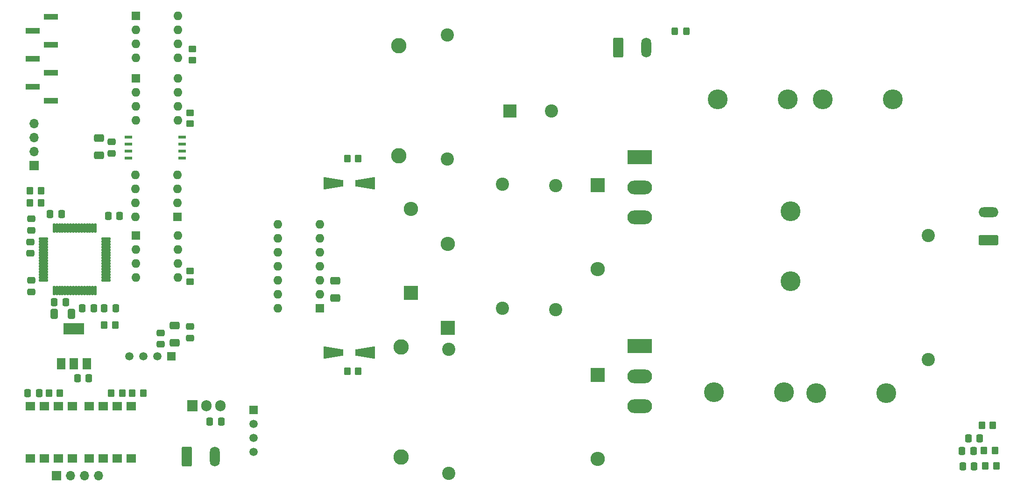
<source format=gbr>
%TF.GenerationSoftware,KiCad,Pcbnew,(6.0.8)*%
%TF.CreationDate,2024-04-13T01:58:17+05:30*%
%TF.ProjectId,Lu_Testing,4c755f54-6573-4746-996e-672e6b696361,rev?*%
%TF.SameCoordinates,Original*%
%TF.FileFunction,Soldermask,Top*%
%TF.FilePolarity,Negative*%
%FSLAX46Y46*%
G04 Gerber Fmt 4.6, Leading zero omitted, Abs format (unit mm)*
G04 Created by KiCad (PCBNEW (6.0.8)) date 2024-04-13 01:58:17*
%MOMM*%
%LPD*%
G01*
G04 APERTURE LIST*
G04 Aperture macros list*
%AMRoundRect*
0 Rectangle with rounded corners*
0 $1 Rounding radius*
0 $2 $3 $4 $5 $6 $7 $8 $9 X,Y pos of 4 corners*
0 Add a 4 corners polygon primitive as box body*
4,1,4,$2,$3,$4,$5,$6,$7,$8,$9,$2,$3,0*
0 Add four circle primitives for the rounded corners*
1,1,$1+$1,$2,$3*
1,1,$1+$1,$4,$5*
1,1,$1+$1,$6,$7*
1,1,$1+$1,$8,$9*
0 Add four rect primitives between the rounded corners*
20,1,$1+$1,$2,$3,$4,$5,0*
20,1,$1+$1,$4,$5,$6,$7,0*
20,1,$1+$1,$6,$7,$8,$9,0*
20,1,$1+$1,$8,$9,$2,$3,0*%
%AMOutline4P*
0 Free polygon, 4 corners , with rotation*
0 The origin of the aperture is its center*
0 number of corners: always 4*
0 $1 to $8 corner X, Y*
0 $9 Rotation angle, in degrees counterclockwise*
0 create outline with 4 corners*
4,1,4,$1,$2,$3,$4,$5,$6,$7,$8,$1,$2,$9*%
G04 Aperture macros list end*
%ADD10RoundRect,0.250000X-0.337500X-0.475000X0.337500X-0.475000X0.337500X0.475000X-0.337500X0.475000X0*%
%ADD11RoundRect,0.250000X0.650000X-0.412500X0.650000X0.412500X-0.650000X0.412500X-0.650000X-0.412500X0*%
%ADD12RoundRect,0.250000X-0.450000X0.350000X-0.450000X-0.350000X0.450000X-0.350000X0.450000X0.350000X0*%
%ADD13R,4.500000X2.500000*%
%ADD14O,4.500000X2.500000*%
%ADD15RoundRect,0.250000X-0.350000X-0.450000X0.350000X-0.450000X0.350000X0.450000X-0.350000X0.450000X0*%
%ADD16C,2.400000*%
%ADD17R,1.700000X1.700000*%
%ADD18O,1.700000X1.700000*%
%ADD19R,1.473200X0.558800*%
%ADD20RoundRect,0.250000X0.475000X-0.337500X0.475000X0.337500X-0.475000X0.337500X-0.475000X-0.337500X0*%
%ADD21R,2.400000X2.400000*%
%ADD22RoundRect,0.250000X-0.650000X-1.550000X0.650000X-1.550000X0.650000X1.550000X-0.650000X1.550000X0*%
%ADD23O,1.800000X3.600000*%
%ADD24C,3.600000*%
%ADD25R,2.600000X2.600000*%
%ADD26O,2.600000X2.600000*%
%ADD27C,2.800000*%
%ADD28R,1.780000X1.520000*%
%ADD29R,1.750000X1.520000*%
%ADD30R,1.600000X1.600000*%
%ADD31O,1.600000X1.600000*%
%ADD32RoundRect,0.250000X0.337500X0.475000X-0.337500X0.475000X-0.337500X-0.475000X0.337500X-0.475000X0*%
%ADD33Outline4P,-1.800000X-1.150000X1.800000X-0.550000X1.800000X0.550000X-1.800000X1.150000X0.000000*%
%ADD34Outline4P,-1.800000X-1.150000X1.800000X-0.550000X1.800000X0.550000X-1.800000X1.150000X180.000000*%
%ADD35RoundRect,0.250000X-0.475000X0.337500X-0.475000X-0.337500X0.475000X-0.337500X0.475000X0.337500X0*%
%ADD36R,1.498600X1.498600*%
%ADD37C,1.498600*%
%ADD38RoundRect,0.102000X-0.735000X-0.140000X0.735000X-0.140000X0.735000X0.140000X-0.735000X0.140000X0*%
%ADD39RoundRect,0.102000X-0.140000X-0.735000X0.140000X-0.735000X0.140000X0.735000X-0.140000X0.735000X0*%
%ADD40RoundRect,0.250000X0.350000X0.450000X-0.350000X0.450000X-0.350000X-0.450000X0.350000X-0.450000X0*%
%ADD41RoundRect,0.250000X0.325000X0.450000X-0.325000X0.450000X-0.325000X-0.450000X0.325000X-0.450000X0*%
%ADD42R,1.500000X2.000000*%
%ADD43R,3.800000X2.000000*%
%ADD44R,1.905000X2.000000*%
%ADD45O,1.905000X2.000000*%
%ADD46RoundRect,0.250000X1.550000X-0.650000X1.550000X0.650000X-1.550000X0.650000X-1.550000X-0.650000X0*%
%ADD47O,3.600000X1.800000*%
%ADD48R,2.510000X1.000000*%
%ADD49RoundRect,0.250000X-0.412500X-0.650000X0.412500X-0.650000X0.412500X0.650000X-0.412500X0.650000X0*%
G04 APERTURE END LIST*
D10*
%TO.C,C51*%
X82909500Y-74168000D03*
X84984500Y-74168000D03*
%TD*%
D11*
%TO.C,C6*%
X133858000Y-73444500D03*
X133858000Y-70319500D03*
%TD*%
D12*
%TO.C,R41*%
X107569000Y-39767000D03*
X107569000Y-41767000D03*
%TD*%
D13*
%TO.C,Q1*%
X189029000Y-47879000D03*
D14*
X189029000Y-53329000D03*
X189029000Y-58779000D03*
%TD*%
D15*
%TO.C,R43*%
X78518000Y-56134000D03*
X80518000Y-56134000D03*
%TD*%
D16*
%TO.C,C23*%
X154432000Y-82730000D03*
X154432000Y-105230000D03*
%TD*%
D17*
%TO.C,J6*%
X83322000Y-105664000D03*
D18*
X85862000Y-105664000D03*
X88402000Y-105664000D03*
X90942000Y-105664000D03*
%TD*%
D19*
%TO.C,U12*%
X106095800Y-48006000D03*
X106095800Y-46736000D03*
X106095800Y-45466000D03*
X106095800Y-44196000D03*
X96342200Y-44196000D03*
X96342200Y-45466000D03*
X96342200Y-46736000D03*
X96342200Y-48006000D03*
%TD*%
D20*
%TO.C,C48*%
X93345000Y-47138500D03*
X93345000Y-45063500D03*
%TD*%
D15*
%TO.C,R14*%
X251730000Y-103886000D03*
X253730000Y-103886000D03*
%TD*%
D21*
%TO.C,C17*%
X165524246Y-39497000D03*
D16*
X173024246Y-39497000D03*
%TD*%
D12*
%TO.C,R36*%
X107569000Y-68469000D03*
X107569000Y-70469000D03*
%TD*%
D22*
%TO.C,J2*%
X106951500Y-102215500D03*
D23*
X112031500Y-102215500D03*
%TD*%
D24*
%TO.C,L3*%
X222255000Y-37338000D03*
X234955000Y-37338000D03*
%TD*%
D20*
%TO.C,C39*%
X78613000Y-65299500D03*
X78613000Y-63224500D03*
%TD*%
D10*
%TO.C,C28*%
X247501500Y-101219000D03*
X249576500Y-101219000D03*
%TD*%
D20*
%TO.C,C44*%
X78740000Y-61108500D03*
X78740000Y-59033500D03*
%TD*%
D25*
%TO.C,D5*%
X147574000Y-72517000D03*
D26*
X147574000Y-57277000D03*
%TD*%
D11*
%TO.C,C2*%
X104775000Y-81572500D03*
X104775000Y-78447500D03*
%TD*%
D27*
%TO.C,R11*%
X145796000Y-102329000D03*
X145796000Y-82329000D03*
%TD*%
D28*
%TO.C,U11*%
X78613000Y-102550000D03*
D29*
X81153000Y-102550000D03*
D28*
X83693000Y-102550000D03*
X86233000Y-102550000D03*
X86233000Y-93030000D03*
X83693000Y-93030000D03*
X81153000Y-93030000D03*
X78613000Y-93030000D03*
%TD*%
D30*
%TO.C,U4*%
X131064000Y-75311000D03*
D31*
X131064000Y-72771000D03*
X131064000Y-70231000D03*
X131064000Y-67691000D03*
X131064000Y-65151000D03*
X131064000Y-62611000D03*
X131064000Y-60071000D03*
X123444000Y-60071000D03*
X123444000Y-62611000D03*
X123444000Y-65151000D03*
X123444000Y-67691000D03*
X123444000Y-70231000D03*
X123444000Y-72771000D03*
X123444000Y-75311000D03*
%TD*%
D10*
%TO.C,C12*%
X111103500Y-95885000D03*
X113178500Y-95885000D03*
%TD*%
D30*
%TO.C,U8*%
X97673000Y-33538000D03*
D31*
X97673000Y-36078000D03*
X97673000Y-38618000D03*
X97673000Y-41158000D03*
X105293000Y-41158000D03*
X105293000Y-38618000D03*
X105293000Y-36078000D03*
X105293000Y-33538000D03*
%TD*%
D15*
%TO.C,R48*%
X93234000Y-90678000D03*
X95234000Y-90678000D03*
%TD*%
D32*
%TO.C,C38*%
X94763500Y-58547000D03*
X92688500Y-58547000D03*
%TD*%
D15*
%TO.C,R10*%
X136033000Y-86741000D03*
X138033000Y-86741000D03*
%TD*%
D33*
%TO.C,D8*%
X133498000Y-83312000D03*
D34*
X139298000Y-83312000D03*
%TD*%
D35*
%TO.C,C34*%
X78740000Y-70209500D03*
X78740000Y-72284500D03*
%TD*%
D36*
%TO.C,U15*%
X104140000Y-83997800D03*
D37*
X101600000Y-83997800D03*
X99060000Y-83997800D03*
X96520000Y-83997800D03*
%TD*%
D20*
%TO.C,C56*%
X102235000Y-81809500D03*
X102235000Y-79734500D03*
%TD*%
D32*
%TO.C,C43*%
X80158500Y-90678000D03*
X78083500Y-90678000D03*
%TD*%
D16*
%TO.C,C24*%
X241409500Y-84582000D03*
X241409500Y-62082000D03*
%TD*%
D30*
%TO.C,U7*%
X97673000Y-22235000D03*
D31*
X97673000Y-24775000D03*
X97673000Y-27315000D03*
X97673000Y-29855000D03*
X105293000Y-29855000D03*
X105293000Y-27315000D03*
X105293000Y-24775000D03*
X105293000Y-22235000D03*
%TD*%
D38*
%TO.C,U9*%
X80950000Y-62671000D03*
X80950000Y-63171000D03*
X80950000Y-63671000D03*
X80950000Y-64171000D03*
X80950000Y-64671000D03*
X80950000Y-65171000D03*
X80950000Y-65671000D03*
X80950000Y-66171000D03*
X80950000Y-66671000D03*
X80950000Y-67171000D03*
X80950000Y-67671000D03*
X80950000Y-68171000D03*
X80950000Y-68671000D03*
X80950000Y-69171000D03*
X80950000Y-69671000D03*
X80950000Y-70171000D03*
D39*
X82870000Y-72091000D03*
X83370000Y-72091000D03*
X83870000Y-72091000D03*
X84370000Y-72091000D03*
X84870000Y-72091000D03*
X85370000Y-72091000D03*
X85870000Y-72091000D03*
X86370000Y-72091000D03*
X86870000Y-72091000D03*
X87370000Y-72091000D03*
X87870000Y-72091000D03*
X88370000Y-72091000D03*
X88870000Y-72091000D03*
X89370000Y-72091000D03*
X89870000Y-72091000D03*
X90370000Y-72091000D03*
D38*
X92290000Y-70171000D03*
X92290000Y-69671000D03*
X92290000Y-69171000D03*
X92290000Y-68671000D03*
X92290000Y-68171000D03*
X92290000Y-67671000D03*
X92290000Y-67171000D03*
X92290000Y-66671000D03*
X92290000Y-66171000D03*
X92290000Y-65671000D03*
X92290000Y-65171000D03*
X92290000Y-64671000D03*
X92290000Y-64171000D03*
X92290000Y-63671000D03*
X92290000Y-63171000D03*
X92290000Y-62671000D03*
D39*
X90370000Y-60751000D03*
X89870000Y-60751000D03*
X89370000Y-60751000D03*
X88870000Y-60751000D03*
X88370000Y-60751000D03*
X87870000Y-60751000D03*
X87370000Y-60751000D03*
X86870000Y-60751000D03*
X86370000Y-60751000D03*
X85870000Y-60751000D03*
X85370000Y-60751000D03*
X84870000Y-60751000D03*
X84370000Y-60751000D03*
X83870000Y-60751000D03*
X83370000Y-60751000D03*
X82870000Y-60751000D03*
%TD*%
D33*
%TO.C,D4*%
X133498000Y-52578000D03*
D34*
X139298000Y-52578000D03*
%TD*%
D25*
%TO.C,D7*%
X181483000Y-87376000D03*
D26*
X181483000Y-102616000D03*
%TD*%
D10*
%TO.C,C27*%
X247628500Y-104013000D03*
X249703500Y-104013000D03*
%TD*%
D36*
%TO.C,U3*%
X119049800Y-93726000D03*
D37*
X119049800Y-96266000D03*
X119049800Y-98806000D03*
X119049800Y-101346000D03*
%TD*%
D17*
%TO.C,J5*%
X79248000Y-49403000D03*
D18*
X79248000Y-46863000D03*
X79248000Y-44323000D03*
X79248000Y-41783000D03*
%TD*%
D32*
%TO.C,C53*%
X89175500Y-88011000D03*
X87100500Y-88011000D03*
%TD*%
D40*
%TO.C,R46*%
X80502000Y-53975000D03*
X78502000Y-53975000D03*
%TD*%
D10*
%TO.C,C29*%
X248644500Y-98933000D03*
X250719500Y-98933000D03*
%TD*%
D41*
%TO.C,D1*%
X197494000Y-25019000D03*
X195444000Y-25019000D03*
%TD*%
D15*
%TO.C,R15*%
X251476000Y-101092000D03*
X253476000Y-101092000D03*
%TD*%
D32*
%TO.C,C35*%
X84222500Y-58166000D03*
X82147500Y-58166000D03*
%TD*%
D42*
%TO.C,U14*%
X84187000Y-85319000D03*
X86487000Y-85319000D03*
D43*
X86487000Y-79019000D03*
D42*
X88787000Y-85319000D03*
%TD*%
D24*
%TO.C,L1*%
X215900000Y-37338000D03*
X203200000Y-37338000D03*
%TD*%
D40*
%TO.C,R50*%
X99044000Y-90678000D03*
X97044000Y-90678000D03*
%TD*%
D24*
%TO.C,L2*%
X216408000Y-70353000D03*
X216408000Y-57653000D03*
%TD*%
D16*
%TO.C,C20*%
X154178000Y-25707000D03*
X154178000Y-48207000D03*
%TD*%
D11*
%TO.C,C47*%
X91059000Y-47536500D03*
X91059000Y-44411500D03*
%TD*%
D12*
%TO.C,R38*%
X107950000Y-28210000D03*
X107950000Y-30210000D03*
%TD*%
D20*
%TO.C,C19*%
X107569000Y-80666500D03*
X107569000Y-78591500D03*
%TD*%
D30*
%TO.C,U10*%
X105283000Y-58674000D03*
D31*
X105283000Y-56134000D03*
X105283000Y-53594000D03*
X105283000Y-51054000D03*
X97663000Y-51054000D03*
X97663000Y-53594000D03*
X97663000Y-56134000D03*
X97663000Y-58674000D03*
%TD*%
D15*
%TO.C,R44*%
X81931000Y-90678000D03*
X83931000Y-90678000D03*
%TD*%
D10*
%TO.C,C37*%
X91962500Y-75311000D03*
X94037500Y-75311000D03*
%TD*%
D16*
%TO.C,C4*%
X173863000Y-75512000D03*
X173863000Y-53012000D03*
%TD*%
%TO.C,C11*%
X164211000Y-75258000D03*
X164211000Y-52758000D03*
%TD*%
D44*
%TO.C,U2*%
X107950000Y-93020000D03*
D45*
X110490000Y-93020000D03*
X113030000Y-93020000D03*
%TD*%
D28*
%TO.C,U13*%
X96901000Y-93030000D03*
D29*
X94361000Y-93030000D03*
D28*
X91821000Y-93030000D03*
X89281000Y-93030000D03*
X89281000Y-102550000D03*
X91821000Y-102550000D03*
X94361000Y-102550000D03*
X96901000Y-102550000D03*
%TD*%
D30*
%TO.C,U6*%
X97673000Y-62113000D03*
D31*
X97673000Y-64653000D03*
X97673000Y-67193000D03*
X97673000Y-69733000D03*
X105293000Y-69733000D03*
X105293000Y-67193000D03*
X105293000Y-64653000D03*
X105293000Y-62113000D03*
%TD*%
D13*
%TO.C,Q2*%
X189029000Y-82180000D03*
D14*
X189029000Y-87630000D03*
X189029000Y-93080000D03*
%TD*%
D15*
%TO.C,R4*%
X136033000Y-48133000D03*
X138033000Y-48133000D03*
%TD*%
%TO.C,R16*%
X251095000Y-96520000D03*
X253095000Y-96520000D03*
%TD*%
D24*
%TO.C,L4*%
X221107000Y-90678000D03*
X233807000Y-90678000D03*
%TD*%
D25*
%TO.C,D3*%
X181483000Y-52959000D03*
D26*
X181483000Y-68199000D03*
%TD*%
D46*
%TO.C,J3*%
X252312000Y-62900500D03*
D47*
X252312000Y-57820500D03*
%TD*%
D48*
%TO.C,J4*%
X82300000Y-22352000D03*
X78990000Y-24892000D03*
X82300000Y-27432000D03*
X78990000Y-29972000D03*
X82300000Y-32512000D03*
X78990000Y-35052000D03*
X82300000Y-37592000D03*
%TD*%
D49*
%TO.C,C52*%
X82892500Y-76327000D03*
X86017500Y-76327000D03*
%TD*%
D25*
%TO.C,D6*%
X154305000Y-78867000D03*
D26*
X154305000Y-63627000D03*
%TD*%
D27*
%TO.C,R9*%
X145415000Y-47592000D03*
X145415000Y-27592000D03*
%TD*%
D10*
%TO.C,C40*%
X87989500Y-75311000D03*
X90064500Y-75311000D03*
%TD*%
D15*
%TO.C,R39*%
X91964000Y-78359000D03*
X93964000Y-78359000D03*
%TD*%
D24*
%TO.C,L5*%
X215260000Y-90563000D03*
X202560000Y-90563000D03*
%TD*%
D22*
%TO.C,J1*%
X185183500Y-27920500D03*
D23*
X190263500Y-27920500D03*
%TD*%
M02*

</source>
